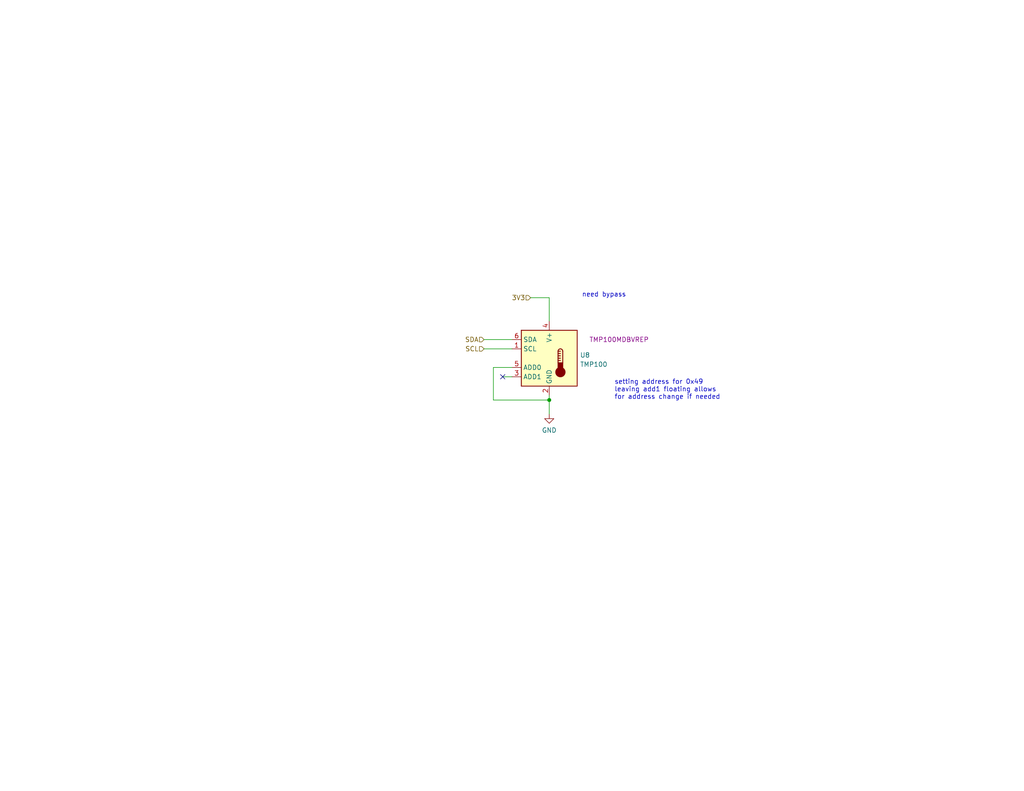
<source format=kicad_sch>
(kicad_sch (version 20211123) (generator eeschema)
  (paper "A")
  (lib_symbols
    (symbol "Sensor_Temperature:TMP100"
      (property "Reference" "U" (at 10.16 6.35 0))
      (property "Value" "TMP100" (at 12.7 3.81 0))
      (symbol "TMP100_0_1"
        (rectangle (start -7.62 7.62) (end 7.62 -7.62) (stroke (width 0.254)) (fill (type background)))
      )
      (symbol "TMP100_1_1"
        (polyline (pts (xy 2.413 -0.635) (xy 3.048 -0.635)) (stroke (width 0.254)))
        (polyline (pts (xy 2.413 0) (xy 3.048 0)) (stroke (width 0.254)))
        (polyline (pts (xy 2.413 0.635) (xy 3.048 0.635)) (stroke (width 0.254)))
        (polyline (pts (xy 2.413 1.27) (xy 3.048 1.27)) (stroke (width 0.254)))
        (polyline (pts (xy 2.413 1.905) (xy 2.413 -1.27)) (stroke (width 0.254)))
        (polyline (pts (xy 2.413 1.905) (xy 3.048 1.905)) (stroke (width 0.254)))
        (polyline (pts (xy 3.683 1.905) (xy 3.683 -1.27)) (stroke (width 0.254)))
        (circle (center 3.048 -3.81) (radius 1.27) (stroke (width 0.254)) (fill (type outline)))
        (rectangle (start 3.683 -3.175) (end 2.413 -1.27) (stroke (width 0.254)) (fill (type outline)))
        (arc (start 3.683 1.905) (mid 3.048 2.54) (end 2.413 1.905) (stroke (width 0.254)))
        (pin input line (at -10.16 2.54 0) (length 2.54) (name "SCL") (number "1"))
        (pin power_in line (at 0 -10.16 90) (length 2.54) (name "GND") (number "2"))
        (pin input line (at -10.16 -5.08 0) (length 2.54) (name "ADD1") (number "3"))
        (pin power_in line (at 0 10.16 270) (length 2.54) (name "V+") (number "4"))
        (pin input line (at -10.16 -2.54 0) (length 2.54) (name "ADD0") (number "5"))
        (pin bidirectional line (at -10.16 5.08 0) (length 2.54) (name "SDA") (number "6"))
      )
    )
    (symbol "power:GND" (power) (pin_names (offset 0))
      (property "Value" "GND" (at 0 -3.81 0))
      (symbol "GND_0_1"
        (polyline (pts (xy 0 0) (xy 0 -1.27) (xy 1.27 -1.27) (xy 0 -2.54) (xy -1.27 -1.27) (xy 0 -1.27)))
      )
      (symbol "GND_1_1"
        (pin power_in line (at 0 0 270) (length 0) hide (name "GND") (number "1"))
      )
    )
  )
  (junction (at 149.86 109.22))
  (no_connect (at 137.16 102.87))
  (wire (pts (xy 149.86 81.28) (xy 144.78 81.28)))
  (wire (pts (xy 134.62 109.22) (xy 149.86 109.22)))
  (wire (pts (xy 132.08 95.25) (xy 139.7 95.25)))
  (wire (pts (xy 139.7 100.33) (xy 134.62 100.33)))
  (wire (pts (xy 132.08 92.71) (xy 139.7 92.71)))
  (wire (pts (xy 149.86 107.95) (xy 149.86 109.22)))
  (wire (pts (xy 149.86 109.22) (xy 149.86 113.03)))
  (wire (pts (xy 134.62 100.33) (xy 134.62 109.22)))
  (wire (pts (xy 137.16 102.87) (xy 139.7 102.87)))
  (wire (pts (xy 149.86 87.63) (xy 149.86 81.28)))
  (text "setting address for 0x49\nleaving add1 floating allows\nfor address change if needed" (at 167.64 109.22 0) (effects (font (size 1.27 1.27)) (justify left bottom)))
  (text "need bypass" (at 158.75 81.28 0) (effects (font (size 1.27 1.27)) (justify left bottom)))
  (hierarchical_label "SDA" (shape input) (at 132.08 92.71 180))
  (hierarchical_label "3V3" (shape input) (at 144.78 81.28 180))
  (hierarchical_label "SCL" (shape input) (at 132.08 95.25 180))
  (symbol (lib_id "power:GND") (at 149.86 113.03 0) (unit 1)
    (property "Reference" "#PWR081" (effects hide))
    (property "Value" "GND" (at 149.86 117.4734 0))
  )
  (symbol (lib_id "Sensor_Temperature:TMP100") (at 149.86 97.79 0) (unit 1)
    (property "Reference" "U8" (at 158.242 96.9553 0) (effects (justify left)))
    (property "Value" "TMP100" (at 158.242 99.4922 0) (effects (justify left)))
    (property "Datasheet" "http://www.ti.com/lit/gpn/tmp100" (effects hide))
    (property "MPN" "TMP100MDBVREP" (at 168.91 92.71 0))
    (property "Manufacturer_Part_Number" "TMP100MDBVREP" (effects hide))
    (property "Part_Number" "TMP100MDBVREP" (effects hide))
  )
)
</source>
